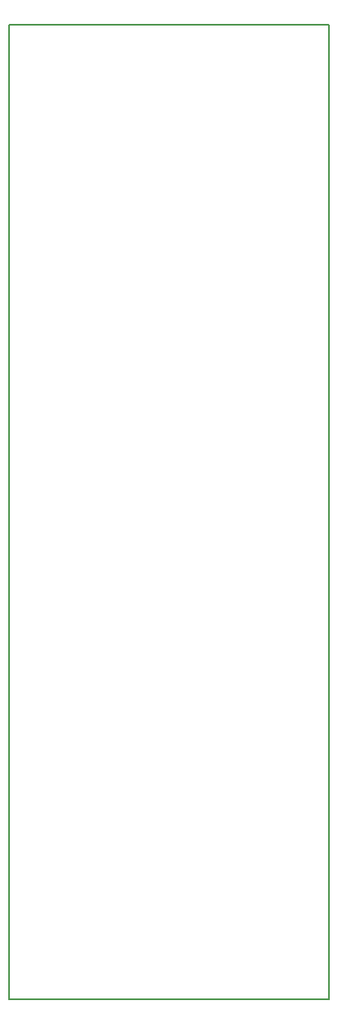
<source format=gbr>
G04 #@! TF.FileFunction,Profile,NP*
%FSLAX46Y46*%
G04 Gerber Fmt 4.6, Leading zero omitted, Abs format (unit mm)*
G04 Created by KiCad (PCBNEW 4.0.7) date 02/20/18 20:02:19*
%MOMM*%
%LPD*%
G01*
G04 APERTURE LIST*
%ADD10C,0.100000*%
%ADD11C,0.150000*%
G04 APERTURE END LIST*
D10*
D11*
X244200000Y-160600000D02*
X244200000Y-60600000D01*
X211200000Y-60600000D02*
X211200000Y-160600000D01*
X244200000Y-160600000D02*
X211200000Y-160600000D01*
X211200000Y-60600000D02*
X244200000Y-60600000D01*
M02*

</source>
